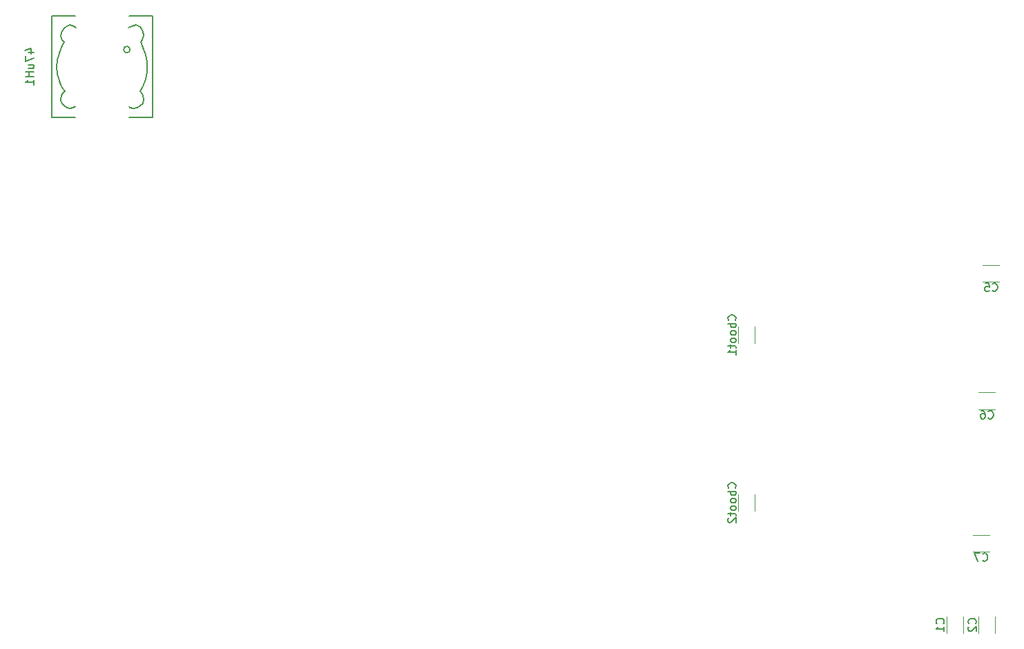
<source format=gbr>
G04 #@! TF.FileFunction,Legend,Bot*
%FSLAX46Y46*%
G04 Gerber Fmt 4.6, Leading zero omitted, Abs format (unit mm)*
G04 Created by KiCad (PCBNEW 4.0.6) date 10/19/17 19:30:53*
%MOMM*%
%LPD*%
G01*
G04 APERTURE LIST*
%ADD10C,0.100000*%
%ADD11C,0.150000*%
%ADD12C,0.120000*%
G04 APERTURE END LIST*
D10*
D11*
X129628974Y-56446420D02*
G75*
G03X129628974Y-56446420I-391234J0D01*
G01*
X129537460Y-63446660D02*
X129639060Y-63548260D01*
X129639060Y-63548260D02*
X130037840Y-63647320D01*
X130037840Y-63647320D02*
X130538220Y-63548260D01*
X130538220Y-63548260D02*
X130837940Y-63347600D01*
X130837940Y-63347600D02*
X131239260Y-63047880D01*
X131239260Y-63047880D02*
X131338320Y-62547500D01*
X131338320Y-62547500D02*
X131239260Y-62047120D01*
X131239260Y-62047120D02*
X130937000Y-61645800D01*
X130937000Y-61645800D02*
X130837940Y-61546740D01*
X130837940Y-61546740D02*
X131239260Y-60947300D01*
X131239260Y-60947300D02*
X131538980Y-60147200D01*
X131538980Y-60147200D02*
X131737100Y-59146440D01*
X131737100Y-59146440D02*
X131737100Y-57947560D01*
X131737100Y-57947560D02*
X131538980Y-57045860D01*
X131538980Y-57045860D02*
X131338320Y-56446420D01*
X131338320Y-56446420D02*
X131137660Y-55946040D01*
X131137660Y-55946040D02*
X130937000Y-55547260D01*
X130937000Y-55547260D02*
X131137660Y-55247540D01*
X131137660Y-55247540D02*
X131338320Y-54648100D01*
X131338320Y-54648100D02*
X131239260Y-54246780D01*
X131239260Y-54246780D02*
X131038600Y-53947060D01*
X131038600Y-53947060D02*
X130837940Y-53647340D01*
X130837940Y-53647340D02*
X130337560Y-53446680D01*
X130337560Y-53446680D02*
X129837180Y-53545740D01*
X129837180Y-53545740D02*
X129438400Y-53746400D01*
X122938540Y-63446660D02*
X122638820Y-63548260D01*
X122638820Y-63548260D02*
X122237500Y-63647320D01*
X122237500Y-63647320D02*
X121937780Y-63548260D01*
X121937780Y-63548260D02*
X121539000Y-63347600D01*
X121539000Y-63347600D02*
X121338340Y-63047880D01*
X121338340Y-63047880D02*
X121137680Y-62748160D01*
X121137680Y-62748160D02*
X121137680Y-62445900D01*
X121137680Y-62445900D02*
X121236740Y-62146180D01*
X121236740Y-62146180D02*
X121338340Y-61846460D01*
X121338340Y-61846460D02*
X121638060Y-61546740D01*
X121638060Y-61546740D02*
X121338340Y-61147960D01*
X121338340Y-61147960D02*
X121137680Y-60746640D01*
X121137680Y-60746640D02*
X120937020Y-60246260D01*
X120937020Y-60246260D02*
X120738900Y-59446160D01*
X120738900Y-59446160D02*
X120637300Y-58547000D01*
X120637300Y-58547000D02*
X120738900Y-57746900D01*
X120738900Y-57746900D02*
X120937020Y-56847740D01*
X120937020Y-56847740D02*
X121338340Y-55946040D01*
X121338340Y-55946040D02*
X121539000Y-55547260D01*
X121539000Y-55547260D02*
X121338340Y-55247540D01*
X121338340Y-55247540D02*
X121137680Y-54846220D01*
X121137680Y-54846220D02*
X121236740Y-54345840D01*
X121236740Y-54345840D02*
X121437400Y-53947060D01*
X121437400Y-53947060D02*
X121737120Y-53647340D01*
X121737120Y-53647340D02*
X122237500Y-53446680D01*
X122237500Y-53446680D02*
X122737880Y-53545740D01*
X122737880Y-53545740D02*
X123037600Y-53746400D01*
X129537460Y-52346860D02*
X132438140Y-52346860D01*
X132438140Y-52346860D02*
X132438140Y-64747140D01*
X132438140Y-64747140D02*
X129537460Y-64747140D01*
X120037860Y-64747140D02*
X120037860Y-52346860D01*
X120037860Y-52346860D02*
X122938540Y-52346860D01*
X120037860Y-64747140D02*
X122938540Y-64747140D01*
D12*
X229739000Y-128000000D02*
X229739000Y-126000000D01*
X231779000Y-126000000D02*
X231779000Y-128000000D01*
X233676000Y-128000000D02*
X233676000Y-126000000D01*
X235716000Y-126000000D02*
X235716000Y-128000000D01*
X236204000Y-84918000D02*
X234204000Y-84918000D01*
X234204000Y-82878000D02*
X236204000Y-82878000D01*
X235696000Y-100539000D02*
X233696000Y-100539000D01*
X233696000Y-98499000D02*
X235696000Y-98499000D01*
X235000000Y-118020000D02*
X233000000Y-118020000D01*
X233000000Y-115980000D02*
X235000000Y-115980000D01*
X204212000Y-92440000D02*
X204212000Y-90440000D01*
X206252000Y-90440000D02*
X206252000Y-92440000D01*
X204212000Y-113014000D02*
X204212000Y-111014000D01*
X206252000Y-111014000D02*
X206252000Y-113014000D01*
D11*
X117133714Y-56808905D02*
X117800381Y-56808905D01*
X116752762Y-56570809D02*
X117467048Y-56332714D01*
X117467048Y-56951762D01*
X116800381Y-57237476D02*
X116800381Y-57904143D01*
X117800381Y-57475571D01*
X117133714Y-58713667D02*
X117800381Y-58713667D01*
X117133714Y-58285095D02*
X117657524Y-58285095D01*
X117752762Y-58332714D01*
X117800381Y-58427952D01*
X117800381Y-58570810D01*
X117752762Y-58666048D01*
X117705143Y-58713667D01*
X117800381Y-59189857D02*
X116800381Y-59189857D01*
X117276571Y-59189857D02*
X117276571Y-59761286D01*
X117800381Y-59761286D02*
X116800381Y-59761286D01*
X117800381Y-60761286D02*
X117800381Y-60189857D01*
X117800381Y-60475571D02*
X116800381Y-60475571D01*
X116943238Y-60380333D01*
X117038476Y-60285095D01*
X117086095Y-60189857D01*
X229366143Y-126833334D02*
X229413762Y-126785715D01*
X229461381Y-126642858D01*
X229461381Y-126547620D01*
X229413762Y-126404762D01*
X229318524Y-126309524D01*
X229223286Y-126261905D01*
X229032810Y-126214286D01*
X228889952Y-126214286D01*
X228699476Y-126261905D01*
X228604238Y-126309524D01*
X228509000Y-126404762D01*
X228461381Y-126547620D01*
X228461381Y-126642858D01*
X228509000Y-126785715D01*
X228556619Y-126833334D01*
X229461381Y-127785715D02*
X229461381Y-127214286D01*
X229461381Y-127500000D02*
X228461381Y-127500000D01*
X228604238Y-127404762D01*
X228699476Y-127309524D01*
X228747095Y-127214286D01*
X233303143Y-126833334D02*
X233350762Y-126785715D01*
X233398381Y-126642858D01*
X233398381Y-126547620D01*
X233350762Y-126404762D01*
X233255524Y-126309524D01*
X233160286Y-126261905D01*
X232969810Y-126214286D01*
X232826952Y-126214286D01*
X232636476Y-126261905D01*
X232541238Y-126309524D01*
X232446000Y-126404762D01*
X232398381Y-126547620D01*
X232398381Y-126642858D01*
X232446000Y-126785715D01*
X232493619Y-126833334D01*
X232493619Y-127214286D02*
X232446000Y-127261905D01*
X232398381Y-127357143D01*
X232398381Y-127595239D01*
X232446000Y-127690477D01*
X232493619Y-127738096D01*
X232588857Y-127785715D01*
X232684095Y-127785715D01*
X232826952Y-127738096D01*
X233398381Y-127166667D01*
X233398381Y-127785715D01*
X235370666Y-86005143D02*
X235418285Y-86052762D01*
X235561142Y-86100381D01*
X235656380Y-86100381D01*
X235799238Y-86052762D01*
X235894476Y-85957524D01*
X235942095Y-85862286D01*
X235989714Y-85671810D01*
X235989714Y-85528952D01*
X235942095Y-85338476D01*
X235894476Y-85243238D01*
X235799238Y-85148000D01*
X235656380Y-85100381D01*
X235561142Y-85100381D01*
X235418285Y-85148000D01*
X235370666Y-85195619D01*
X234465904Y-85100381D02*
X234942095Y-85100381D01*
X234989714Y-85576571D01*
X234942095Y-85528952D01*
X234846857Y-85481333D01*
X234608761Y-85481333D01*
X234513523Y-85528952D01*
X234465904Y-85576571D01*
X234418285Y-85671810D01*
X234418285Y-85909905D01*
X234465904Y-86005143D01*
X234513523Y-86052762D01*
X234608761Y-86100381D01*
X234846857Y-86100381D01*
X234942095Y-86052762D01*
X234989714Y-86005143D01*
X234862666Y-101626143D02*
X234910285Y-101673762D01*
X235053142Y-101721381D01*
X235148380Y-101721381D01*
X235291238Y-101673762D01*
X235386476Y-101578524D01*
X235434095Y-101483286D01*
X235481714Y-101292810D01*
X235481714Y-101149952D01*
X235434095Y-100959476D01*
X235386476Y-100864238D01*
X235291238Y-100769000D01*
X235148380Y-100721381D01*
X235053142Y-100721381D01*
X234910285Y-100769000D01*
X234862666Y-100816619D01*
X234005523Y-100721381D02*
X234196000Y-100721381D01*
X234291238Y-100769000D01*
X234338857Y-100816619D01*
X234434095Y-100959476D01*
X234481714Y-101149952D01*
X234481714Y-101530905D01*
X234434095Y-101626143D01*
X234386476Y-101673762D01*
X234291238Y-101721381D01*
X234100761Y-101721381D01*
X234005523Y-101673762D01*
X233957904Y-101626143D01*
X233910285Y-101530905D01*
X233910285Y-101292810D01*
X233957904Y-101197571D01*
X234005523Y-101149952D01*
X234100761Y-101102333D01*
X234291238Y-101102333D01*
X234386476Y-101149952D01*
X234434095Y-101197571D01*
X234481714Y-101292810D01*
X234166666Y-119107143D02*
X234214285Y-119154762D01*
X234357142Y-119202381D01*
X234452380Y-119202381D01*
X234595238Y-119154762D01*
X234690476Y-119059524D01*
X234738095Y-118964286D01*
X234785714Y-118773810D01*
X234785714Y-118630952D01*
X234738095Y-118440476D01*
X234690476Y-118345238D01*
X234595238Y-118250000D01*
X234452380Y-118202381D01*
X234357142Y-118202381D01*
X234214285Y-118250000D01*
X234166666Y-118297619D01*
X233833333Y-118202381D02*
X233166666Y-118202381D01*
X233595238Y-119202381D01*
X203839143Y-89630476D02*
X203886762Y-89582857D01*
X203934381Y-89440000D01*
X203934381Y-89344762D01*
X203886762Y-89201904D01*
X203791524Y-89106666D01*
X203696286Y-89059047D01*
X203505810Y-89011428D01*
X203362952Y-89011428D01*
X203172476Y-89059047D01*
X203077238Y-89106666D01*
X202982000Y-89201904D01*
X202934381Y-89344762D01*
X202934381Y-89440000D01*
X202982000Y-89582857D01*
X203029619Y-89630476D01*
X203934381Y-90059047D02*
X202934381Y-90059047D01*
X203315333Y-90059047D02*
X203267714Y-90154285D01*
X203267714Y-90344762D01*
X203315333Y-90440000D01*
X203362952Y-90487619D01*
X203458190Y-90535238D01*
X203743905Y-90535238D01*
X203839143Y-90487619D01*
X203886762Y-90440000D01*
X203934381Y-90344762D01*
X203934381Y-90154285D01*
X203886762Y-90059047D01*
X203934381Y-91106666D02*
X203886762Y-91011428D01*
X203839143Y-90963809D01*
X203743905Y-90916190D01*
X203458190Y-90916190D01*
X203362952Y-90963809D01*
X203315333Y-91011428D01*
X203267714Y-91106666D01*
X203267714Y-91249524D01*
X203315333Y-91344762D01*
X203362952Y-91392381D01*
X203458190Y-91440000D01*
X203743905Y-91440000D01*
X203839143Y-91392381D01*
X203886762Y-91344762D01*
X203934381Y-91249524D01*
X203934381Y-91106666D01*
X203934381Y-92011428D02*
X203886762Y-91916190D01*
X203839143Y-91868571D01*
X203743905Y-91820952D01*
X203458190Y-91820952D01*
X203362952Y-91868571D01*
X203315333Y-91916190D01*
X203267714Y-92011428D01*
X203267714Y-92154286D01*
X203315333Y-92249524D01*
X203362952Y-92297143D01*
X203458190Y-92344762D01*
X203743905Y-92344762D01*
X203839143Y-92297143D01*
X203886762Y-92249524D01*
X203934381Y-92154286D01*
X203934381Y-92011428D01*
X203267714Y-92630476D02*
X203267714Y-93011428D01*
X202934381Y-92773333D02*
X203791524Y-92773333D01*
X203886762Y-92820952D01*
X203934381Y-92916190D01*
X203934381Y-93011428D01*
X203934381Y-93868572D02*
X203934381Y-93297143D01*
X203934381Y-93582857D02*
X202934381Y-93582857D01*
X203077238Y-93487619D01*
X203172476Y-93392381D01*
X203220095Y-93297143D01*
X203839143Y-110204476D02*
X203886762Y-110156857D01*
X203934381Y-110014000D01*
X203934381Y-109918762D01*
X203886762Y-109775904D01*
X203791524Y-109680666D01*
X203696286Y-109633047D01*
X203505810Y-109585428D01*
X203362952Y-109585428D01*
X203172476Y-109633047D01*
X203077238Y-109680666D01*
X202982000Y-109775904D01*
X202934381Y-109918762D01*
X202934381Y-110014000D01*
X202982000Y-110156857D01*
X203029619Y-110204476D01*
X203934381Y-110633047D02*
X202934381Y-110633047D01*
X203315333Y-110633047D02*
X203267714Y-110728285D01*
X203267714Y-110918762D01*
X203315333Y-111014000D01*
X203362952Y-111061619D01*
X203458190Y-111109238D01*
X203743905Y-111109238D01*
X203839143Y-111061619D01*
X203886762Y-111014000D01*
X203934381Y-110918762D01*
X203934381Y-110728285D01*
X203886762Y-110633047D01*
X203934381Y-111680666D02*
X203886762Y-111585428D01*
X203839143Y-111537809D01*
X203743905Y-111490190D01*
X203458190Y-111490190D01*
X203362952Y-111537809D01*
X203315333Y-111585428D01*
X203267714Y-111680666D01*
X203267714Y-111823524D01*
X203315333Y-111918762D01*
X203362952Y-111966381D01*
X203458190Y-112014000D01*
X203743905Y-112014000D01*
X203839143Y-111966381D01*
X203886762Y-111918762D01*
X203934381Y-111823524D01*
X203934381Y-111680666D01*
X203934381Y-112585428D02*
X203886762Y-112490190D01*
X203839143Y-112442571D01*
X203743905Y-112394952D01*
X203458190Y-112394952D01*
X203362952Y-112442571D01*
X203315333Y-112490190D01*
X203267714Y-112585428D01*
X203267714Y-112728286D01*
X203315333Y-112823524D01*
X203362952Y-112871143D01*
X203458190Y-112918762D01*
X203743905Y-112918762D01*
X203839143Y-112871143D01*
X203886762Y-112823524D01*
X203934381Y-112728286D01*
X203934381Y-112585428D01*
X203267714Y-113204476D02*
X203267714Y-113585428D01*
X202934381Y-113347333D02*
X203791524Y-113347333D01*
X203886762Y-113394952D01*
X203934381Y-113490190D01*
X203934381Y-113585428D01*
X203029619Y-113871143D02*
X202982000Y-113918762D01*
X202934381Y-114014000D01*
X202934381Y-114252096D01*
X202982000Y-114347334D01*
X203029619Y-114394953D01*
X203124857Y-114442572D01*
X203220095Y-114442572D01*
X203362952Y-114394953D01*
X203934381Y-113823524D01*
X203934381Y-114442572D01*
M02*

</source>
